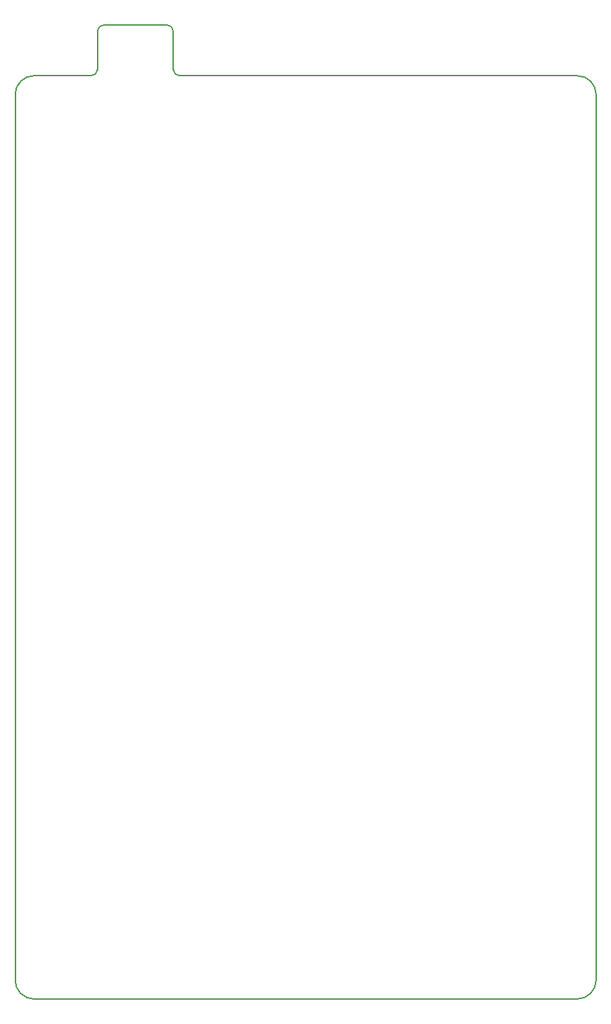
<source format=gm1>
G04 #@! TF.GenerationSoftware,KiCad,Pcbnew,(5.1.10)-1*
G04 #@! TF.CreationDate,2022-03-04T22:43:16+01:00*
G04 #@! TF.ProjectId,Voyager20,566f7961-6765-4723-9230-2e6b69636164,rev?*
G04 #@! TF.SameCoordinates,Original*
G04 #@! TF.FileFunction,Profile,NP*
%FSLAX46Y46*%
G04 Gerber Fmt 4.6, Leading zero omitted, Abs format (unit mm)*
G04 Created by KiCad (PCBNEW (5.1.10)-1) date 2022-03-04 22:43:16*
%MOMM*%
%LPD*%
G01*
G04 APERTURE LIST*
G04 #@! TA.AperFunction,Profile*
%ADD10C,0.150000*%
G04 #@! TD*
G04 APERTURE END LIST*
D10*
X39687500Y-10318750D02*
G75*
G02*
X42068750Y-7937500I2381250J0D01*
G01*
X42068750Y-7937500D02*
X49243750Y-7937500D01*
X60356250Y-7937500D02*
G75*
G02*
X59562500Y-7143750I0J793750D01*
G01*
X50037500Y-7143750D02*
G75*
G02*
X49243750Y-7937500I-793750J0D01*
G01*
X60356250Y-7937500D02*
X110331250Y-7937500D01*
X59562500Y-2356250D02*
X59562500Y-7143750D01*
X50831250Y-1562500D02*
X58768750Y-1562500D01*
X50037500Y-7143750D02*
X50037500Y-2356250D01*
X58768750Y-1562500D02*
G75*
G02*
X59562500Y-2356250I0J-793750D01*
G01*
X50037500Y-2356250D02*
G75*
G02*
X50831250Y-1562500I793750J0D01*
G01*
X39687500Y-121443750D02*
X39687500Y-10318750D01*
X110331250Y-123825000D02*
X42068750Y-123825000D01*
X112712500Y-121443750D02*
X112712500Y-10318750D01*
X112712500Y-121443750D02*
G75*
G02*
X110331250Y-123825000I-2381250J0D01*
G01*
X42068750Y-123825000D02*
G75*
G02*
X39687500Y-121443750I0J2381250D01*
G01*
X110331250Y-7937500D02*
G75*
G02*
X112712500Y-10318750I0J-2381250D01*
G01*
M02*

</source>
